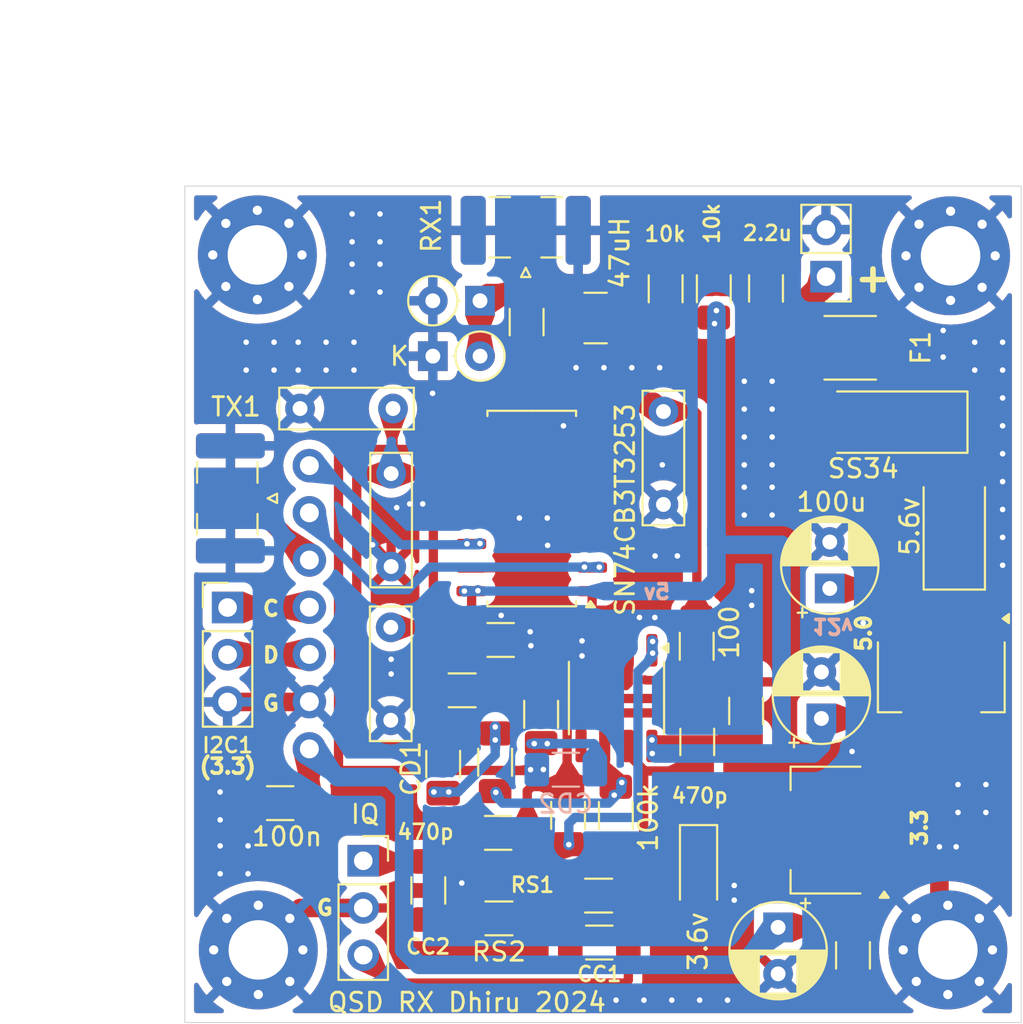
<source format=kicad_pcb>
(kicad_pcb (version 20240108) (generator "pcbnew") (generator_version "8.0")
  (layers (0 "F.Cu" signal) (31 "B.Cu" signal) (34 "B.Paste" user) (35 "F.Paste" user) (36 "B.SilkS" user "B.Silkscreen") (37 "F.SilkS" user "F.Silkscreen") (38 "B.Mask" user) (39 "F.Mask" user) (44 "Edge.Cuts" user))
  (net 0 "")
  (net 1 "Net-(D2-K)")
  (net 2 "+12V")
  (net 3 "+5V")
  (net 4 "Net-(C11-Pad2)")
  (net 5 "Net-(C12-Pad2)")
  (net 6 "Net-(U6B--)")
  (net 7 "Net-(U6A--)")
  (net 8 "Net-(U6B-+)")
  (net 9 "Net-(U6A-+)")
  (net 10 "Net-(U2-2A)")
  (net 11 "Net-(C2-Pad1)")
  (net 12 "GND")
  (net 13 "Net-(U2-2B3)")
  (net 14 "Net-(U2-2B1)")
  (net 15 "Net-(U2-2B2)")
  (net 16 "Net-(U2-2B4)")
  (net 17 "+3.3V")
  (net 18 "Net-(D1-A)")
  (net 19 "Net-(J1-Pin_2)")
  (net 20 "Net-(J1-Pin_1)")
  (net 21 "Net-(TX1-In)")
  (net 22 "Net-(U1-SO)")
  (net 23 "Net-(U1-S1)")
  (net 29 "Net-(J3-Pin_3)")
  (net 30 "Net-(J3-Pin_1)")
  (net 31 "Net-(CC1-Pad2)")
  (net 32 "Net-(CC2-Pad1)")
  (net 33 "Net-(J2-Pin_1)")
  (net 34 "Net-(CD1-Pad1)")
  (net 35 "Net-(CD2-Pad1)")
  (footprint "Resistor_SMD:R_1206_3216Metric_Pad1.30x1.75mm_HandSolder" (layer "F.Cu") (at 113.1625 91.774416 180)
    (property "Reference" "RS1")
    (property "Value" "100" (hide yes))
  )
  (footprint "Capacitor_SMD:C_1206_3216Metric_Pad1.33x1.80mm_HandSolder" (layer "F.Cu") (at 121.1 81.8375 -90)
    (property "Reference" "C16" (hide yes))
    (property "Value" "100n" (hide yes))
  )
  (footprint "Diode_SMD:D_SMA" (layer "F.Cu") (at 132.3 71.8 90)
    (property "Reference" "D4" (hide yes))
    (property "Value" "5.6v")
  )
  (footprint "Capacitor_SMD:C_1206_3216Metric_Pad1.33x1.80mm_HandSolder" (layer "F.Cu") (at 109.29 60.92 90)
    (property "Reference" "C1" (hide yes))
    (property "Value" "10n" (hide yes))
  )
  (footprint "Capacitor_SMD:C_1206_3216Metric_Pad1.33x1.80mm_HandSolder" (layer "F.Cu") (at 107.8925 78.02)
    (property "Reference" "C3" (hide yes))
    (property "Value" "100n" (hide yes))
  )
  (footprint "Resistor_SMD:R_1206_3216Metric_Pad1.30x1.75mm_HandSolder" (layer "F.Cu") (at 116.77 59.125 -90)
    (property "Reference" "R3" (hide yes))
    (property "Value" "10k")
  )
  (footprint "Package_SO:SOIC-16_4.55x10.3mm_P1.27mm" (layer "F.Cu") (at 109.565 70.95 180)
    (property "Reference" "U2" (hide yes))
    (property "Value" "SN74CB3T3253")
  )
  (footprint "Capacitor_SMD:C_1206_3216Metric_Pad1.33x1.80mm_HandSolder" (layer "F.Cu") (at 122.17 59.1075 -90)
    (property "Reference" "C2" (hide yes))
    (property "Value" "2.2u")
  )
  (footprint "Capacitor_THT:C_Rect_L7.0mm_W2.0mm_P5.00mm" (layer "F.Cu") (at 97.1 65.57)
    (property "Reference" "C5" (hide yes))
    (property "Value" "22n MKP" (hide yes))
  )
  (footprint "Package_SO:SO-8_3.9x4.9mm_P1.27mm" (layer "F.Cu") (at 114.125 81.15 -90)
    (property "Reference" "U6" (hide yes))
    (property "Value" "LT6231" (hide yes))
  )
  (footprint "MountingHole:MountingHole_3.2mm_M3_Pad_Via" (layer "F.Cu") (at 131.952944 94.697056)
    (property "Reference" "H4" (hide yes))
    (property "Value" "MountingHole_Pad" (hide yes))
  )
  (footprint "Capacitor_SMD:C_1206_3216Metric_Pad1.33x1.80mm_HandSolder" (layer "F.Cu") (at 104 91.5 90)
    (property "Reference" "CC2")
    (property "Value" "100n" (hide yes))
  )
  (footprint "Connector_PinSocket_2.54mm:PinSocket_1x03_P2.54mm_Vertical" (layer "F.Cu") (at 100.5 89.9)
    (property "Reference" "J3" (hide yes))
    (property "Value" "IQ")
  )
  (footprint "Capacitor_SMD:C_1206_3216Metric_Pad1.33x1.80mm_HandSolder" (layer "F.Cu") (at 126.85 94.99 90)
    (property "Reference" "C17" (hide yes))
    (property "Value" "100n" (hide yes))
  )
  (footprint "Inductor_SMD:L_1210_3225Metric_Pad1.42x2.65mm_HandSolder" (layer "F.Cu") (at 113 60.7 180)
    (property "Reference" "L1" (hide yes))
    (property "Value" "47uH")
  )
  (footprint "Resistor_SMD:R_1206_3216Metric_Pad1.30x1.75mm_HandSolder" (layer "F.Cu") (at 118.44 78.36 90)
    (property "Reference" "R5" (hide yes))
    (property "Value" "100")
  )
  (footprint "footprints:SI5351 Module" (layer "F.Cu") (at 102.5784 91.9064 90)
    (property "Reference" "U1" (hide yes))
    (property "Value" "SI5351Module" (hide yes))
  )
  (footprint "Package_TO_SOT_SMD:SOT-223-3_TabPin2" (layer "F.Cu") (at 125.4 88.25 180)
    (property "Reference" "U5" (hide yes))
    (property "Value" "AMS1117-3.3" (hide yes))
  )
  (footprint "Capacitor_THT:C_Rect_L7.0mm_W2.0mm_P5.00mm" (layer "F.Cu") (at 101.98 82.34 90)
    (property "Reference" "C7" (hide yes))
    (property "Value" "22n MKP" (hide yes))
  )
  (footprint "Connector_Coaxial:SMA_Samtec_SMA-J-P-H-ST-EM1_EdgeMount" (layer "F.Cu") (at 109.24 55.7325 90)
    (property "Reference" "RX1")
    (property "Value" "SMA" (hide yes))
  )
  (footprint "Diode_THT:D_DO-35_SOD27_P2.54mm_Vertical_KathodeUp" (layer "F.Cu") (at 104.244315 62.75)
    (property "Reference" "D3" (hide yes))
    (property "Value" "1N4148" (hide yes))
  )
  (footprint "Resistor_SMD:R_1206_3216Metric_Pad1.30x1.75mm_HandSolder" (layer "F.Cu") (at 110.07 82.02 -90)
    (property "Reference" "R6" (hide yes))
    (property "Value" "100" (hide yes))
  )
  (footprint "Package_TO_SOT_SMD:SOT-223-3_TabPin2" (layer "F.Cu") (at 131.6 80 -90)
    (property "Reference" "U3" (hide yes))
    (property "Value" "AMS1117-5.0" (hide yes))
  )
  (footprint "Capacitor_SMD:C_1206_3216Metric_Pad1.33x1.80mm_HandSolder" (layer "F.Cu") (at 118.47 83.5075 -90)
    (property "Reference" "C11" (hide yes))
    (property "Value" "470p")
  )
  (footprint "Capacitor_THT:CP_Radial_D5.0mm_P2.50mm" (layer "F.Cu") (at 125.6 75.25 90)
    (property "Reference" "C8" (hide yes))
    (property "Value" "100u")
  )
  (footprint "Capacitor_SMD:C_1206_3216Metric_Pad1.33x1.80mm_HandSolder" (layer "F.Cu") (at 107.76 88.4 180)
    (property "Reference" "C12" (hide yes))
    (property "Value" "470p")
  )
  (footprint "MountingHole:MountingHole_3.2mm_M3_Pad_Via" (layer "F.Cu") (at 94.802944 57.302944)
    (property "Reference" "H2" (hide yes))
    (property "Value" "MountingHole_Pad" (hide yes))
  )
  (footprint "Capacitor_THT:CP_Radial_D5.0mm_P2.50mm" (layer "F.Cu") (at 122.82 93.484888 -90)
    (property "Reference" "C15" (hide yes))
    (property "Value" "100u" (hide yes))
  )
  (footprint "Connector_PinHeader_2.54mm:PinHeader_1x03_P2.54mm_Vertical" (layer "F.Cu") (at 93.2 76.275)
    (property "Reference" "J1" (hide yes))
    (property "Value" "I2C1")
  )
  (footprint "Capacitor_THT:C_Rect_L7.0mm_W2.0mm_P5.00mm" (layer "F.Cu") (at 116.65 70.73 90)
    (property "Reference" "C6" (hide yes))
    (property "Value" "22n MKP" (hide yes))
  )
  (footprint "Connector_Coaxial:SMA_Samtec_SMA-J-P-H-ST-EM1_EdgeMount" (layer "F.Cu") (at 93.1 70.4 180)
    (property "Reference" "TX1")
    (property "Value" "SMA" (hide yes))
  )
  (footprint "MountingHole:MountingHole_3.2mm_M3_Pad_Via" (layer "F.Cu") (at 132.1 57.35)
    (property "Reference" "H1" (hide yes))
    (property "Value" "MountingHole_Pad" (hide yes))
  )
  (footprint "Resistor_SMD:R_1206_3216Metric_Pad1.30x1.75mm_HandSolder" (layer "F.Cu") (at 107.595 84.6 90)
    (property "Reference" "R4" (hide yes))
    (property "Value" "100" (hide yes))
  )
  (footprint "Capacitor_SMD:C_1206_3216Metric_Pad1.33x1.80mm_HandSolder" (layer "F.Cu") (at 113.2 94.3 180)
    (property "Reference" "CC1")
    (property "Value" "100n" (hide yes))
  )
  (footprint "Diode_THT:D_DO-35_SOD27_P2.54mm_Vertical_KathodeUp" (layer "F.Cu") (at 106.78137 59.77 180)
    (property "Reference" "D2" (hide yes))
    (property "Value" "1N4148" (hide yes))
  )
  (footprint "Capacitor_THT:CP_Radial_D5.0mm_P2.50mm" (layer "F.Cu") (at 125.15 82.245113 90)
    (property "Reference" "C13" (hide yes))
    (property "Value" "100u" (hide yes))
  )
  (footprint "Resistor_SMD:R_1206_3216Metric_Pad1.30x1.75mm_HandSolder" (layer "F.Cu") (at 105.82 80.73 180)
    (property "Reference" "R7" (hide yes))
    (property "Value" "100" (hide yes))
  )
  (footprint "Resistor_SMD:R_1206_3216Metric_Pad1.30x1.75mm_HandSolder" (layer "F.Cu") (at 119.36 59.125 90)
    (property "Reference" "R2" (hide yes))
    (property "Value" "10k")
  )
  (footprint "Resistor_SMD:R_1206_3216Metric_Pad1.30x1.75mm_HandSolder" (layer "F.Cu") (at 107.8 93)
    (property "Reference" "RS2")
    (property "Value" "100" (hide yes))
  )
  (footprint "Diode_SMD:D_SOD-123" (layer "F.Cu") (at 118.54 90.34 -90)
    (property "Reference" "D5" (hide yes))
    (property "Value" "3.6v")
  )
  (footprint "Connector_PinHeader_2.54mm:PinHeader_1x02_P2.54mm_Vertical" (layer "F.Cu") (at 125.4 58.475 180)
    (property "Reference" "J2" (hide yes))
    (property "Value" "DC 12v" (hide yes))
  )
  (footprint "Capacitor_SMD:C_1206_3216Metric_Pad1.33x1.80mm_HandSolder" (layer "F.Cu") (at 96.03 86.8 180)
    (property "Reference" "C14" (hide yes))
    (property "Value" "100n")
  )
  (footprint "MountingHole:MountingHole_3.2mm_M3_Pad_Via" (layer "F.Cu") (at 94.852944 94.697056)
    (property "Reference" "H3" (hide yes))
    (property "Value" "MountingHole_Pad" (hide yes))
  )
  (footprint "Capacitor_SMD:C_1206_3216Metric_Pad1.33x1.80mm_HandSolder" (layer "F.Cu") (at 104.8 84.7 90)
    (property "Reference" "CD1")
    (property "Value" "10u" (hide yes))
  )
  (footprint "Diode_SMD:D_SMA_Handsoldering" (layer "F.Cu") (at 128.5 66.3 180)
    (property "Reference" "D1" (hide yes))
    (property "Value" "SS34")
  )
  (footprint "Capacitor_THT:C_Rect_L7.0mm_W2.0mm_P5.00mm" (layer "F.Cu") (at 102 74.07 90)
    (property "Reference" "C4" (hide yes))
    (property "Value" "22n MKP" (hide yes))
  )
  (footprint "Resistor_SMD:R_1206_3216Metric_Pad1.30x1.75mm_HandSolder" (layer "F.Cu") (at 111.52 87.46 -90)
    (property "Reference" "R9" (hide yes))
    (property "Value" "100k" (hide yes))
  )
  (footprint "Resistor_SMD:R_1206_3216Metric_Pad1.30x1.75mm_HandSolder" (layer "F.Cu") (at 114.09 87.47 -90)
    (property "Reference" "R8" (hide yes))
    (property "Value" "100k")
  )
  (footprint "Fuse:Fuse_1812_4532Metric_Pad1.30x3.40mm_HandSolder" (layer "F.Cu") (at 126.7 62.3)
    (property "Reference" "F1")
    (property "Value" "500mA" (hide yes))
  )
  (footprint "Capacitor_SMD:C_1206_3216Metric_Pad1.33x1.80mm_HandSolder" (layer "B.Cu") (at 111.4 85 180)
    (property "Reference" "CD2")
    (property "Value" "10u" (hide yes))
  )
  (gr_rect (start 90.9 53.6) (end 135.9 98.6) (stroke (width 0.05)) (fill none) (layer "Edge.Cuts"))
  (gr_text "12v" (at 124.57 76.81 180) (layer "B.SilkS") (effects (font (size 0.8 0.8) (thickness 0.2) (bold yes)) (justify left bottom mirror)))
  (gr_text "5v" (at 117.11 75.9 0) (layer "B.SilkS") (effects (font (size 0.8 0.8) (thickness 0.2) (bold yes)) (justify left bottom mirror)))
  (gr_text "5.0" (at 127.89 78.74 90) (layer "F.SilkS") (effects (font (size 0.8 0.8) (thickness 0.2) (bold yes)) (justify left bottom)))
  (gr_text "G" (at 95 81.9 0) (layer "F.SilkS") (effects (font (size 0.8 0.8) (thickness 0.2) (bold yes)) (justify left bottom)))
  (gr_text "3.3" (at 130.9 89.2 90) (layer "F.SilkS") (effects (font (size 0.8 0.8) (thickness 0.2) (bold yes)) (justify left bottom)))
  (gr_text "+" (at 126.8 59.4 0) (layer "F.SilkS") (effects (font (size 1.5 1.5) (thickness 0.3) (bold yes)) (justify left bottom)))
  (gr_text "D" (at 95 79.3 0) (layer "F.SilkS") (effects (font (size 0.8 0.8) (thickness 0.2) (bold yes)) (justify left bottom)))
  (gr_text "(3.3)" (at 91.59 85.29 0) (layer "F.SilkS") (effects (font (size 0.8 0.8) (thickness 0.2) (bold yes)) (justify left bottom)))
  (gr_text "QSD RX Dhiru 2024" (at 98.5 98.1 0) (layer "F.SilkS") (effects (font (size 1 1)) (justify left bottom)))
  (gr_text "C" (at 95 76.8 0) (layer "F.SilkS") (effects (font (size 0.8 0.8) (thickness 0.2) (bold yes)) (justify left bottom)))
  (gr_text "G" (at 97.9 92.9 0) (layer "F.SilkS") (effects (font (size 0.8 0.8) (thickness 0.2) (bold yes)) (justify left bottom)))
  (segment (start 106.78137 59.77) (end 106.78137 62.747055) (width 1) (layer "F.Cu") (net 1))
  (segment (start 107.19387 59.3575) (end 106.78137 59.77) (width 1) (layer "F.Cu") (net 1))
  (segment (start 109.29 59.3575) (end 107.19387 59.3575) (width 1) (layer "F.Cu") (net 1))
  (segment (start 109.29 59.3575) (end 109.29 55.7825) (width 1) (layer "F.Cu") (net 1))
  (segment (start 129.9 67.4) (end 131 66.3) (width 1) (layer "F.Cu") (net 2))
  (segment (start 129.9 70.8) (end 129.9 67.4) (width 1) (layer "F.Cu") (net 2))
  (segment (start 129.9 70.8) (end 129.9 67.5) (width 1) (layer "F.Cu") (net 2))
  (segment (start 129.9 76.91) (end 129.9 75.25) (width 1) (layer "F.Cu") (net 2))
  (segment (start 129.9 67.5) (end 130.8 66.6) (width 1) (layer "F.Cu") (net 2))
  (segment (start 129.9 75.25) (end 129.9 70.8) (width 1) (layer "F.Cu") (net 2))
  (segment (start 129.9 75.25) (end 125.6 75.25) (width 1) (layer "F.Cu") (net 2))
  (segment (start 128.7 82.25) (end 125.154887 82.25) (width 1) (layer "F.Cu") (net 3))
  (segment (start 132.2 83.21) (end 132.2 76.91) (width 1) (layer "F.Cu") (net 3))
  (segment (start 129.5 82.25) (end 130.1 82.25) (width 1) (layer "F.Cu") (net 3))
  (segment (start 130.1 82.25) (end 131.96 82.25) (width 1) (layer "F.Cu") (net 3))
  (segment (start 132.3 73.8) (end 132.3 76.15) (width 1) (layer "F.Cu") (net 3))
  (segment (start 128.55 82.4) (end 128.7 82.25) (width 1) (layer "F.Cu") (net 3))
  (segment (start 116.03 83.725) (end 116.355 83.4) (width 0.5) (layer "F.Cu") (net 3))
  (segment (start 116.355 83.4) (end 121.1 83.4) (width 0.5) (layer "F.Cu") (net 3))
  (segment (start 131.96 82.25) (end 132.92 83.21) (width 1) (layer "F.Cu") (net 3))
  (segment (start 132.3 76.15) (end 131.6 76.85) (width 1) (layer "F.Cu") (net 3))
  (segment (start 128.7 82.25) (end 129.5 82.25) (width 1) (layer "F.Cu") (net 3))
  (segment (start 106.33 78.02) (end 106.33 75.41) (width 0.5) (layer "F.Cu") (net 3))
  (segment (start 128.55 85.95) (end 128.55 82.4) (width 1) (layer "F.Cu") (net 3))
  (via (at 116.05 84.13) (size 0.6) (drill 0.3) (layers "F.Cu" "B.Cu") (net 3))
  (via (at 106.67 75.37) (size 0.6) (drill 0.3) (layers "F.Cu" "B.Cu") (net 3))
  (via (at 119.4 61) (size 0.6) (drill 0.3) (layers "F.Cu" "B.Cu") (net 3))
  (via (at 119.5 60.3) (size 0.6) (drill 0.3) (layers "F.Cu" "B.Cu") (net 3))
  (via (at 116.03 83.4) (size 0.6) (drill 0.3) (layers "F.Cu" "B.Cu") (net 3))
  (via (at 105.94 75.39) (size 0.6) (drill 0.3) (layers "F.Cu" "B.Cu") (net 3))
  (segment (start 119.5 72.1) (end 119.5 60.3) (width 1) (layer "B.Cu") (net 3))
  (segment (start 123 84.13) (end 121.5 84.13) (width 1) (layer "B.Cu") (net 3))
  (segment (start 119.5 72.9) (end 119.5 72.1) (width 1) (layer "B.Cu") (net 3))
  (segment (start 113.5 75.39) (end 114.7 75.39) (width 0.5) (layer "B.Cu") (net 3))
  (segment (start 121.5 84.13) (end 116.23 84.13) (width 1) (layer "B.Cu") (net 3))
  (segment (start 118.91 75.39) (end 113.5 75.39) (width 1) (layer "B.Cu") (net 3))
  (segment (start 125.15 83.68) (end 125.15 82.245113) (width 1) (layer "B.Cu") (net 3))
  (segment (start 125.15 83.68) (end 124.7 84.13) (width 1) (layer "B.Cu") (net 3))
  (segment (start 121.5 84.13) (end 124.7 84.13) (width 1) (layer "B.Cu") (net 3))
  (segment (start 119.5 72.1) (end 119.5 74.8) (width 1) (layer "B.Cu") (net 3))
  (segment (start 123 72.9) (end 123 84.13) (width 1) (layer "B.Cu") (net 3))
  (segment (start 114.7 75.39) (end 117.949339 75.39) (width 0.5) (layer "B.Cu") (net 3))
  (segment (start 105.94 75.39) (end 113.5 75.39) (width 0.5) (layer "B.Cu") (net 3))
  (segment (start 116.03 83.4) (end 116.03 84.11) (width 0.5) (layer "B.Cu") (net 3))
  (segment (start 119.5 72.9) (end 123 72.9) (width 1) (layer "B.Cu") (net 3))
  (segment (start 119.5 74.8) (end 118.91 75.39) (width 1) (layer "B.Cu") (net 3))
  (segment (start 116.03 84.11) (end 116.05 84.13) (width 0.5) (layer "B.Cu") (net 3))
  (segment (start 114.7125 91.774416) (end 114.7125 89.6425) (width 0.5) (layer "F.Cu") (net 4))
  (segment (start 115.19 89.05) (end 114.09 89.05) (width 0.5) (layer "F.Cu") (net 4))
  (segment (start 115.588658 85.011342) (end 115.647316 85.07) (width 0.5) (layer "F.Cu") (net 4))
  (segment (start 114.76 84.182684) (end 115.588658 85.011342) (width 0.5) (layer "F.Cu") (net 4))
  (segment (start 115.588658 85.011342) (end 115.588658 88.651342) (width 0.5) (layer "F.Cu") (net 4))
  (segment (start 114.7125 89.6425) (end 114.09 89.02) (width 0.5) (layer "F.Cu") (net 4))
  (segment (start 115.588658 88.651342) (end 115.19 89.05) (width 0.5) (layer "F.Cu") (net 4))
  (segment (start 115.647316 85.07) (end 118.47 85.07) (width 0.5) (layer "F.Cu") (net 4))
  (segment (start 106.1975 89.6175) (end 106.47 89.89) (width 0.5) (layer "F.Cu") (net 5))
  (segment (start 109.35 89.94) (end 109.4 89.89) (width 0.5) (layer "F.Cu") (net 5))
  (segment (start 110.64 89.89) (end 111.5 89.03) (width 0.5) (layer "F.Cu") (net 5))
  (segment (start 106.1975 88.4) (end 106.1975 89.6175) (width 0.5) (layer "F.Cu") (net 5))
  (segment (start 109.4 89.89) (end 110.64 89.89) (width 0.5) (layer "F.Cu") (net 5))
  (segment (start 109.35 93) (end 109.35 89.94) (width 0.5) (layer "F.Cu") (net 5))
  (segment (start 106.47 89.89) (end 109.4 89.89) (width 0.5) (layer "F.Cu") (net 5))
  (via (at 116.07 78.73) (size 0.6) (drill 0.3) (layers "F.Cu" "B.Cu") (net 5))
  (via (at 116.07 78.1) (size 0.6) (drill 0.3) (layers "F.Cu" "B.Cu") (net 5))
  (via (at 111.56 89.03) (size 0.6) (drill 0.3) (layers "F.Cu" "B.Cu") (net 5))
  (segment (start 111.56 87.89) (end 111.56 89.03) (width 0.5) (layer "B.Cu") (net 5))
  (segment (start 116.07 78.1) (end 116.04 78.07) (width 0.5) (layer "B.Cu") (net 5))
  (segment (start 116.04 78.76) (end 116.04 78.96) (width 0.5) (layer "B.Cu") (net 5))
  (segment (start 116.04 78.07) (end 116.04 78.01) (width 0.5) (layer "B.Cu") (net 5))
  (segment (start 116.04 78.7) (end 116.04 78.13) (width 0.5) (layer "B.Cu") (net 5))
  (segment (start 116.07 78.73) (end 116.04 78.7) (width 0.5) (layer "B.Cu") (net 5))
  (segment (start 111.88 87.57) (end 111.56 87.89) (width 0.5) (layer "B.Cu") (net 5))
  (segment (start 116.04 78.96) (end 115.28 79.72) (width 0.5) (layer "B.Cu") (net 5))
  (segment (start 115.28 79.72) (end 115.28 87.57) (width 0.5) (layer "B.Cu") (net 5))
  (segment (start 115.28 87.57) (end 111.88 87.57) (width 0.5) (layer "B.Cu") (net 5))
  (segment (start 116.07 78.73) (end 116.04 78.76) (width 0.5) (layer "B.Cu") (net 5))
  (segment (start 116.04 78.13) (end 116.07 78.1) (width 0.5) (layer "B.Cu") (net 5))
  (segment (start 113.49 82.18) (end 113.725 81.945) (width 0.5) (layer "F.Cu") (net 6))
  (segment (start 113.49 85.35) (end 114.09 85.95) (width 0.5) (layer "F.Cu") (net 6))
  (segment (start 113.49 83.725) (end 113.49 82.18) (width 0.5) (layer "F.Cu") (net 6))
  (segment (start 113.49 83.725) (end 113.49 85.35) (width 0.5) (layer "F.Cu") (net 6))
  (segment (start 113.725 81.945) (end 118.47 81.945) (width 0.5) (layer "F.Cu") (net 6))
  (via (at 114.004253 86.370011) (size 0.6) (drill 0.3) (layers "F.Cu" "B.Cu") (net 6))
  (via (at 114.41 85.69) (size 0.6) (drill 0.3) (layers "F.Cu" "B.Cu") (net 6))
  (via (at 107.63 86.22) (size 0.6) (drill 0.3) (layers "F.Cu" "B.Cu") (net 6))
  (segment (start 113.7 86.8) (end 108 86.8) (width 0.5) (layer "B.Cu") (net 6))
  (segment (start 114.41 85.69) (end 114.41 86.09) (width 0.5) (layer "B.Cu") (net 6))
  (segment (start 107.63 86.43) (end 107.63 86.22) (width 0.5) (layer "B.Cu") (net 6))
  (segment (start 114.41 86.09) (end 113.7 86.8) (width 0.5) (layer "B.Cu") (net 6))
  (segment (start 114.41 85.72) (end 114.41 85.69) (width 0.5) (layer "B.Cu") (net 6))
  (segment (start 114.41 85.69) (end 114.44 85.69) (width 0.5) (layer "B.Cu") (net 6))
  (segment (start 108 86.8) (end 107.63 86.43) (width 0.5) (layer "B.Cu") (net 6))
  (segment (start 111.47 80.72) (end 111.72 80.47) (width 0.5) (layer "F.Cu") (net 7))
  (segment (start 109.56 85.91) (end 109.3225 86.1475) (width 0.5) (layer "F.Cu") (net 7))
  (segment (start 111.72 80.47) (end 114.63 80.47) (width 0.5) (layer "F.Cu") (net 7))
  (segment (start 109.3225 88.4) (end 109.3225 86.1475) (width 0.5) (layer "F.Cu") (net 7))
  (segment (start 114.63 80.47) (end 114.76 80.34) (width 0.5) (layer "F.Cu") (net 7))
  (segment (start 110.07 80.47) (end 111.72 80.47) (width 0.5) (layer "F.Cu") (net 7))
  (segment (start 111.52 85.91) (end 109.56 85.91) (width 0.5) (layer "F.Cu") (net 7))
  (segment (start 111.47 85.86) (end 111.47 80.72) (width 0.5) (layer "F.Cu") (net 7))
  (segment (start 114.76 80.34) (end 114.76 78.575) (width 0.5) (layer "F.Cu") (net 7))
  (segment (start 112.22 81.72) (end 112.77 81.17) (width 0.5) (layer "F.Cu") (net 8))
  (segment (start 117.18 81.17) (end 118.44 79.91) (width 0.5) (layer "F.Cu") (net 8))
  (segment (start 112.77 81.17) (end 117.18 81.17) (width 0.5) (layer "F.Cu") (net 8))
  (segment (start 112.22 83.725) (end 112.22 81.72) (width 0.5) (layer "F.Cu") (net 8))
  (segment (start 111.47 77.597316) (end 111.817316 77.25) (width 0.5) (layer "F.Cu") (net 9))
  (segment (start 113.27 77.25) (end 113.49 77.47) (width 0.5) (layer "F.Cu") (net 9))
  (segment (start 107.37 80.73) (end 107.37 79.81) (width 0.5) (layer "F.Cu") (net 9))
  (segment (start 107.37 79.81) (end 107.81 79.37) (width 0.5) (layer "F.Cu") (net 9))
  (segment (start 111.817316 77.25) (end 113.27 77.25) (width 0.5) (layer "F.Cu") (net 9))
  (segment (start 111.47 79.25) (end 111.47 77.597316) (width 0.5) (layer "F.Cu") (net 9))
  (segment (start 111.35 79.37) (end 111.47 79.25) (width 0.5) (layer "F.Cu") (net 9))
  (segment (start 113.49 77.47) (end 113.49 78.575) (width 0.5) (layer "F.Cu") (net 9))
  (segment (start 107.81 79.37) (end 111.35 79.37) (width 0.5) (layer "F.Cu") (net 9))
  (segment (start 109.29 60.98) (end 109.57 60.7) (width 0.5) (layer "F.Cu") (net 10))
  (segment (start 109.29 62.4825) (end 109.29 60.98) (width 0.5) (layer "F.Cu") (net 10))
  (segment (start 106.315 66.505) (end 108.245 66.505) (width 0.5) (layer "F.Cu") (net 10))
  (segment (start 108.56 66.19) (end 108.56 63.2125) (width 0.5) (layer "F.Cu") (net 10))
  (segment (start 108.56 63.2125) (end 109.29 62.4825) (width 0.5) (layer "F.Cu") (net 10))
  (segment (start 109.57 60.7) (end 111.5125 60.7) (width 0.5) (layer "F.Cu") (net 10))
  (segment (start 108.245 66.505) (end 108.56 66.19) (width 0.5) (layer "F.Cu") (net 10))
  (segment (start 114.935 57.545) (end 122.17 57.545) (width 1) (layer "F.Cu") (net 11))
  (segment (start 114.4875 57.9925) (end 114.935 57.545) (width 1) (layer "F.Cu") (net 11))
  (segment (start 116.77 57.575) (end 122.14 57.575) (width 0.5) (layer "F.Cu") (net 11))
  (segment (start 114.4875 60.7) (end 114.4875 57.9925) (width 1) (layer "F.Cu") (net 11))
  (segment (start 102 74.07) (end 102 71.3) (width 0.5) (layer "F.Cu") (net 12))
  (segment (start 109.455 75.34) (end 109.455 77.555) (width 0.5) (layer "F.Cu") (net 12))
  (segment (start 131.5 89.15) (end 131.5 91.844112) (width 1) (layer "F.Cu") (net 12))
  (segment (start 102.3 70.9) (end 102.4 70.9) (width 0.5) (layer "F.Cu") (net 12))
  (segment (start 116.2 73.5) (end 116.2 75.295) (width 0.5) (layer "F.Cu") (net 12))
  (segment (start 97.11 92.44) (end 96.55 93) (width 1) (layer "F.Cu") (net 12))
  (segment (start 109.52 74.125) (end 110.41 74.125) (width 0.5) (layer "F.Cu") (net 12))
  (segment (start 116.3 75.395) (end 117.26 75.395) (width 0.5) (layer "F.Cu") (net 12))
  (segment (start 102 71.3) (end 102.3 71) (width 0.5) (layer "F.Cu") (net 12))
  (segment (start 106.315 74.125) (end 107.46 74.125) (width 0.5) (layer "F.Cu") (net 12))
  (segment (start 102.3 71) (end 102.3 70.9) (width 0.5) (layer "F.Cu") (net 12))
  (segment (start 132.4 89.15) (end 131.5 89.15) (width 1) (layer "F.Cu") (net 12))
  (segment (start 110.42 74.115) (end 110.41 74.125) (width 0.5) (layer "F.Cu") (net 12))
  (segment (start 103 70.7) (end 103.7 70.7) (width 0.5) (layer "F.Cu") (net 12))
  (segment (start 116.2 75.295) (end 116.3 75.395) (width 0.5) (layer "F.Cu") (net 12))
  (segment (start 102.6 70.7) (end 103 70.7) (width 0.5) (layer "F.Cu") (net 12))
  (segment (start 101.975 79.085) (end 102 79.06) (width 0.5) (layer "F.Cu") (net 12))
  (segment (start 102 73.9) (end 101 72.9) (width 0.5) (layer "F.Cu") (net 12))
  (segment (start 110.42 72.93) (end 110.42 74.115) (width 0.5) (layer "F.Cu") (net 12))
  (segment (start 112.815 75.395) (end 116.3 75.395) (width 0.5) (layer "F.Cu") (net 12))
  (segment (start 121.375 75.395) (end 121.4 75.37) (width 0.5) (layer "F.Cu") (net 12))
  (segment (start 117.4 73.499) (end 117.4 75.255) (width 0.5) (layer "F.Cu") (net 12))
  (segment (start 120.435 91.255) (end 120.46 91.23) (width 0.5) (layer "F.Cu") (net 12))
  (segment (start 117.4 75.255) (end 117.26 75.395) (width 0.5) (layer "F.Cu") (net 12))
  (segment (start 112.815 66.505) (end 111.275 66.505) (width 0.5) (layer "F.Cu") (net 12))
  (segment (start 109.455 74.48) (end 109.455 75.34) (width 0.5) (layer "F.Cu") (net 12))
  (segment (start 102.4 70.9) (end 102.6 70.7) (width 0.5) (layer "F.Cu") (net 12))
  (segment (start 109.18 74.205) (end 109.115 74.14) (width 0.25) (layer "F.Cu") (net 12))
  (segment (start 100.5 92.44) (end 97.11 92.44) (width 1) (layer "F.Cu") (net 12))
  (segment (start 131.5 91.844112) (end 131.893388 92.2375) (width 1) (layer "F.Cu") (net 12))
  (segment (start 106.315 74.125) (end 109.1 74.125) (width 0.5) (layer "F.Cu") (net 12))
  (segment (start 111.275 66.505) (end 111.27 66.5) (width 0.5) (layer "F.Cu") (net 12))
  (segment (start 97.585 81.355) (end 93.2 81.355) (width 1) (layer "F.Cu") (net 12))
  (segment (start 107.46 74.125) (end 109.52 74.125) (width 0.5) (layer "F.Cu") (net 12))
  (segment (start 109.455 74.19) (end 109.52 74.125) (width 0.5) (layer "F.Cu") (net 12))
  (segment (start 109.455 75.34) (end 109.455 74.19) (width 0.5) (layer "F.Cu") (net 12))
  (via (at 121 64.1) (size 0.6) (drill 0.3) (layers "F.Cu" "B.Cu") (net 12))
  (via (at 94.3 89.1) (size 0.6) (drill 0.3) (layers "F.Cu" "B.Cu") (net 12))
  (via (at 115.6 97.4) (size 0.6) (drill 0.3) (layers "F.Cu" "B.Cu") (net 12))
  (via (at 113.45 63.37) (size 0.6) (drill 0.3) (layers "F.Cu" "B.Cu") (net 12))
  (via (at 121 69.8) (size 0.6) (drill 0.3) (layers "F.Cu" "B.Cu") (net 12))
  (via (at 101.4 57.8) (size 0.6) (drill 0.3) (layers "F.Cu" "B.Cu") (net 12))
  (via (at 99.9 57.8) (size 0.6) (drill 0.3) (layers "F.Cu" "B.Cu") (net 12))
  (via (at 92.8 86.2) (size 0.6) (drill 0.3) (layers "F.Cu" "B.Cu") (net 12))
  (via (at 94.2 62) (size 0.6) (drill 0.3) (layers "F.Cu" "B.Cu") (net 12))
  (via (at 104.23 64.75) (size 0.6) (drill 0.3) (layers "F.Cu" "B.Cu") (net 12))
  (via (at 120.46 92.02) (size 0.6) (drill 0.3) (layers "F.Cu" "B.Cu") (net 12))
  (via (at 101.4 55.1) (size 0.6) (drill 0.3) (layers "F.Cu" "B.Cu") (net 12))
  (via (at 102.3 70.9) (size 0.6) (drill 0.3) (layers "F.Cu" "B.Cu") (net 12))
  (via (at 105.8 91.1) (size 0.6) (drill 0.3) (layers "F.Cu" "B.Cu") (net 12))
  (via (at 121 67.1) (size 0.6) (drill 0.3) (layers "F.Cu" "B.Cu") (net 12))
  (via (at 101.4 56.6) (size 0.6) (drill 0.3) (layers "F.Cu" "B.Cu") (net 12))
  (via (at 117.4 73.499) (size 0.6) (drill 0.3) (layers "F.Cu" "B.Cu") (net 12))
  (via (at 134.9 68) (size 0.6) (drill 0.3) (layers "F.Cu" "B.Cu") (net 12))
  (via (at 100 62) (size 0.6) (drill 0.3) (layers "F.Cu" "B.Cu") (net 12))
  (via (at 114.95 63.37) (size 0.6) (drill 0.3) (layers "F.Cu" "B.Cu") (net 12))
  (via (at 95.7 63.5) (size 0.6) (drill 0.3) (layers "F.Cu" "B.Cu") (net 12))
  (via (at 121.4 76.16) (size 0.6) (drill 0.3) (layers "F.Cu" "B.Cu") (net 12))
  (via (at 122.5 67.1) (size 0.6) (drill 0.3) (layers "F.Cu" "B.Cu") (net 12))
  (via (at 126.8 84.02) (size 0.6) (drill 0.3) (layers "F.Cu" "B.Cu") (net 12))
  (via (at 122.5 71.3) (size 0.6) (drill 0.3) (layers "F.Cu" "B.Cu") (net 12))
  (via (at 95.7 62) (size 0.6) (drill 0.3) (layers "F.Cu" "B.Cu") (net 12))
  (via (at 131.5 89.15) (size 0.6) (drill 0.3) (layers "F.Cu" "B.Cu") (net 12))
  (via (at 99.9 56.6) (size 0.6) (drill 0.3) (layers "F.Cu" "B.Cu") (net 12))
  (via (at 114.1 97.4) (size 0.6) (drill 0.3) (layers "F.Cu" "B.Cu") (net 12))
  (via (at 116.59 68.6) (size 0.6) (drill 0.3) (layers "F.Cu" "B.Cu") (net 12))
  (via (at 134.9 74) (size 0.6) (drill 0.3) (layers "F.Cu" "B.Cu") (net 12))
  (via (at 112.27 78.07) (size 0.6) (drill 0.3) (layers "F.Cu" "B.Cu") (net 12))
  (via (at 101 72.9) (size 0.6) (drill 0.3) (layers "F.Cu" "B.Cu") (net 12))
  (via (at 134.9 69.5) (size 0.6) (drill 0.3) (layers "F.Cu" "B.Cu") (net 12))
  (via (at 117.1 97.4) (size 0.6) (drill 0.3) (layers "F.Cu" "B.Cu") (net 12))
  (via (at 110.42 72.93) (size 0.6) (drill 0.3) (layers "F.Cu" "B.Cu") (net 12))
  (via (at 110.4 71.46) (size 0.6) (drill 0.3) (layers "F.Cu" "B.Cu") (net 12))
  (via (at 134 87.3) (size 0.6) (drill 0.3) (layers "F.Cu" "B.Cu") (net 12))
  (via (at 132.5 87.3) (size 0.6) (drill 0.3) (layers "F.Cu" "B.Cu") (net 12))
  (via (at 107.92 76.7) (size 0.6) (drill 0.3) (layers "F.Cu" "B.Cu") (net 12))
  (via (at 134.9 62) (size 0.6) (drill 0.3) (layers "F.Cu" "B.Cu") (net 12))
  (via (at 101.4 59.3) (size 0.6) (drill 0.3) (layers "F.Cu" "B.Cu") (net 12))
  (via (at 133.4 62) (size 0.6) (drill 0.3) (layers "F.Cu" "B.Cu") (net 12))
  (via (at 108.9 71.46) (size 0.6) (drill 0.3) (layers "F.Cu" "B.Cu") (net 12))
  (via (at 122.5 64.1) (size 0.6) (drill 0.3) (layers "F.Cu" "B.Cu") (net 12))
  (via (at 103.7 70.7) (size 0.6) (drill 0.3) (layers "F.Cu" "B.Cu") (net 12))
  (via (at 102 79.85) (size 0.6) (drill 0.3) (layers "F.Cu" "B.Cu") (net 12))
  (via (at 112.27 78.88) (size 0.6) (drill 0.3) (layers "F.Cu" "B.Cu") (net 12))
  (via (at 127.4 77.1) (size 0.6) (drill 0.3) (layers "F.Cu" "B.Cu") (net 12))
  (via (at 116.19 76.81) (size 0.6) (drill 0.3) (layers "F.Cu" "B.Cu") (net 12))
  (via (at 92.8 87.7) (size 0.6) (drill 0.3) (layers "F.Cu" "B.Cu") (net 12))
  (via (at 116.45 63.37) (size 0.6) (drill 0.3) (layers "F.Cu" "B.Cu") (net 12))
  (via (at 134.9 71) (size 0.6) (drill 0.3) (layers "F.Cu" "B.Cu") (net 12))
  (via (at 99.9 59.3) (size 0.6) (drill 0.3) (layers "F.Cu" "B.Cu") (net 12))
  (via (at 134.9 65) (size 0.6) (drill 0.3) (layers "F.Cu" "B.Cu") (net 12))
  (via (at 121 71.3) (size 0.6) (drill 0.3) (layers "F.Cu" "B.Cu") (net 12))
  (via (at 133.4 63.5) (size 0.6) (drill 0.3) (layers "F.Cu" "B.Cu") (net 12))
  (via (at 94.2 63.5) (size 0.6) (drill 0.3) (layers "F.Cu" "B.Cu") (net 12))
  (via (at 116.2 73.5) (size 0.6) (drill 0.3) (layers "F.Cu" "B.Cu") (net 12))
  (via (at 97 62) (size 0.6) (drill 0.3) (layers "F.Cu" "B.Cu") (net 12))
  (via (at 102 79.06) (size 0.6) (drill 0.3) (layers "F.Cu" "B.Cu") (net 12))
  (via (at 134.9 66.5) (size 0.6) (drill 0.3) (layers "F.Cu" "B.Cu") (net 12))
  (via (at 111.27 66.5) (size 0.6) (drill 0.3) (layers "F.Cu" "B.Cu") (net 12))
  (via (at 122.5 69.8) (size 0.6) (drill 0.3) (layers "F.Cu" "B.Cu") (net 12))
  (via (at 122.5 65.6) (size 0.6) (drill 0.3) (layers "F.Cu" "B.Cu") (net 12))
  (via (at 120.1 97.4) (size 0.6) (drill 0.3) (layers "F.Cu" "B.Cu") (net 12))
  (via (at 121 65.6) (size 0.6) (drill 0.3) (layers "F.Cu" "B.Cu") (net 12))
  (via (at 122.5 68.6) (size 0.6) (drill 0.3) (layers "F.Cu" "B.Cu") (net 12))
  (via (at 134 85.8) (size 0.6) (drill 0.3) (layers "F.Cu" "B.Cu") (net 12))
  (via (at 98.5 62) (size 0.6) (drill 0.3) (layers "F.Cu" "B.Cu") (net 12))
  (via (at 134.9 72.5) (size 0.6) (drill 0.3) (layers "F.Cu" "B.Cu") (net 12))
  (via (at 131.7 62.8) (size 0.6) (drill 0.3) (layers "F.Cu" "B.Cu") (net 12))
  (via (at 121.4 75.37) (size 0.6) (drill 0.3) (layers "F.Cu" "B.Cu") (net 12))
  (via (at 92.8 89.1) (size 0.6) (drill 0.3) (layers "F.Cu" "B.Cu") (net 12))
  (via (at 94.3 90.6) (size 0.6) (drill 0.3) (layers "F.Cu" "B.Cu") (net 12))
  (via (at 109.52 78.33) (size 0.6) (drill 0.3) (layers "F.Cu" "B.Cu") (net 12))
  (via (at 97 63.5) (size 0.6) (drill 0.3) (layers "F.Cu" "B.Cu") (net 12))
  (via (at 103 70.7) (size 0.6) (drill 0.3) (layers "F.Cu" "B.Cu") (net 12))
  (via (at 98.5 63.5) (size 0.6) (drill 0.3) (layers "F.Cu" "B.Cu") (net 12))
  (via (at 99.9 55.1) (size 0.6) (drill 0.3) (layers "F.Cu" "B.Cu") (net 12))
  (via (at 131.7 61.37) (size 0.6) (drill 0.3) (layers "F.Cu" "B.Cu") (net 12))
  (via (at 115.36 76.81) (size 0.6) (drill 0.3) (layers "F.Cu" "B.Cu") (net 12))
  (via (at 92.8 90.6) (size 0.6) (drill 0.3) (layers "F.Cu" "B.Cu") (net 12))
  (via (at 120.46 91.23) (size 0.6) (drill 0.3) (layers "F.Cu" "B.Cu") (net 12))
  (via (at 132.4 89.15) (size 0.6) (drill 0.3) (layers "F.Cu" "B.Cu") (net 12))
  (via (at 118.6 97.4) (size 0.6) (drill 0.3) (layers "F.Cu" "B.Cu") (net 12))
  (via (at 100 63.5) (size 0.6) (drill 0.3) (layers "F.Cu" "B.Cu") (net 12))
  (via (at 132.5 85.8) (size 0.6) (drill 0.3) (layers "F.Cu" "B.Cu") (net 12))
  (via (at 134.9 63.5) (size 0.6) (drill 0.3) (layers "F.Cu" "B.Cu") (net 12))
  (via (at 121 68.6) (size 0.6) (drill 0.3) (layers "F.Cu" "B.Cu") (net 12))
  (via (at 109.48 77.58) (size 0.6) (drill 0.3) (layers "F.Cu" "B.Cu") (net 12))
  (via (at 111.95 63.37) (size 0.6) (drill 0.3) (layers "F.Cu" "B.Cu") (net 12))
  (segment (start 109.48 78.29) (end 109.52 78.33) (width 0.5) (layer "B.Cu") (net 12))
  (segment (start 109.52 78.33) (end 112.01 78.33) (width 0.5) (layer "B.Cu") (net 12))
  (segment (start 112.01 78.33) (end 112.27 78.07) (width 0.5) (layer "B.Cu") (net 12))
  (segment (start 109.48 77.58) (end 109.48 78.29) (width 0.5) (layer "B.Cu") (net 12))
  (segment (start 112.27 78.88) (end 112.27 78.07) (width 0.5) (layer "B.Cu") (net 12))
  (segment (start 100.15 83.34) (end 100.56 83.75) (width 0.5) (layer "F.Cu") (net 13))
  (segment (start 100.56 83.75) (end 104.1875 83.75) (width 0.5) (layer "F.Cu") (net 13))
  (segment (start 102 69.07) (end 100.3 69.07) (width 0.5) (layer "F.Cu") (net 13))
  (segment (start 100.15 69.22) (end 100.15 83.34) (width 0.5) (layer "F.Cu") (net 13))
  (segment (start 104.270001 69.07) (end 105.515001 70.315) (width 0.5) (layer "F.Cu") (net 13))
  (segment (start 104.1875 83.75) (end 104.8 83.1375) (width 0.5) (layer "F.Cu") (net 13))
  (segment (start 102 69.07) (end 104.270001 69.07) (width 0.5) (layer "F.Cu") (net 13))
  (segment (start 100.3 69.07) (end 100.15 69.22) (width 0.5) (layer "F.Cu") (net 13))
  (segment (start 105.515001 70.315) (end 106.315 70.315) (width 0.5) (layer "F.Cu") (net 13))
  (segment (start 102 69.07) (end 102 67.35) (width 0.5) (layer "B.Cu") (net 13))
  (segment (start 102 67.35) (end 102.02 67.33) (width 0.5) (layer "B.Cu") (net 13))
  (segment (start 103.36 67.775) (end 106.315 67.775) (width 0.5) (layer "F.Cu") (net 14))
  (segment (start 101.97 67.775) (end 103.36 67.775) (width 0.5) (layer "F.Cu") (net 14))
  (segment (start 99.305 67.775) (end 99.17 67.91) (width 0.5) (layer "F.Cu") (net 14))
  (segment (start 110.19 84.99) (end 110.11 85.04) (width 0.5) (layer "F.Cu") (net 14))
  (segment (start 110.14 85.04) (end 110.19 84.99) (width 0.5) (layer "F.Cu") (net 14))
  (segment (start 109.46 85.04) (end 109.5 85) (width 0.5) (layer "F.Cu") (net 14))
  (segment (start 109.5 85) (end 109.54 85.04) (width 0.5) (layer "F.Cu") (net 14))
  (segment (start 100.085 67.775) (end 100.08 67.78) (width 0.5) (layer "F.Cu") (net 14))
  (segment (start 110.11 85.04) (end 110.06 85.04) (width 0.5) (layer "F.Cu") (net 14))
  (segment (start 102.01 65.57) (end 102.01 67.735) (width 0.5) (layer "F.Cu") (net 14))
  (segment (start 102.1 67.645) (end 102.1 65.57) (width 0.5) (layer "F.Cu") (net 14))
  (segment (start 102.01 67.735) (end 102.1 67.645) (width 0.5) (layer "F.Cu") (net 14))
  (segment (start 99.17 67.91) (end 99.17 85.04) (width 0.5) (layer "F.Cu") (net 14))
  (segment (start 109.54 85.04) (end 109.669999 85.04) (width 0.5) (layer "F.Cu") (net 14))
  (segment (start 106.315 67.775) (end 99.305 67.775) (width 0.5) (layer "F.Cu") (net 14))
  (segment (start 102.01 67.735) (end 101.97 67.775) (width 0.5) (layer "F.Cu") (net 14))
  (segment (start 101.97 67.775) (end 100.085 67.775) (width 0.5) (layer "F.Cu") (net 14))
  (segment (start 102.01 67.735) (end 102.01 66.51) (width 0.5) (layer "F.Cu") (net 14))
  (segment (start 108.7 85.04) (end 109.46 85.04) (width 0.5) (layer "F.Cu") (net 14))
  (segment (start 102 66.5) (end 102.01 66.51) (width 0.5) (layer "F.Cu") (net 14))
  (segment (start 99.17 85.04) (end 108.7 85.04) (width 0.5) (layer "F.Cu") (net 14))
  (segment (start 108.7 85.04) (end 110.14 85.04) (width 0.5) (layer "F.Cu") (net 14))
  (via (at 110.19 84.99) (size 0.6) (drill 0.3) (layers "F.Cu" "B.Cu") (net 14))
  (via (at 109.5 85) (size 0.6) (drill 0.3) (layers "F.Cu" "B.Cu") (net 14))
  (segment (start 118.34 65.73) (end 116.65 65.73) (width 0.5) (layer "F.Cu") (net 15))
  (segment (start 106.315 69.045) (end 109.175 69.045) (width 1) (layer "F.Cu") (net 15))
  (segment (start 110.09 65.21) (end 116.13 65.21) (width 1) (layer "F.Cu") (net 15))
  (segment (start 116.13 65.21) (end 116.65 65.73) (width 1) (layer "F.Cu") (net 15))
  (segment (start 118.45 65.84) (end 118.45 76.8) (width 0.5) (layer "F.Cu") (net 15))
  (segment (start 118.45 65.84) (end 118.34 65.73) (width 0.5) (layer "F.Cu") (net 15))
  (segment (start 110.09 68.13) (end 110.09 65.21) (width 1) (layer "F.Cu") (net 15))
  (segment (start 109.175 69.045) (end 110.09 68.13) (width 1) (layer "F.Cu") (net 15))
  (segment (start 106.315 71.585) (end 104.565 71.585) (width 0.5) (layer "F.Cu") (net 16))
  (segment (start 104.565 71.585) (end 104.27 71.88) (width 0.5) (layer "F.Cu") (net 16))
  (segment (start 101.98 77.34) (end 104.26 77.34) (width 0.5) (layer "F.Cu") (net 16))
  (segment (start 104.27 77.35) (end 104.27 80.73) (width 0.5) (layer "F.Cu") (net 16))
  (segment (start 104.27 71.88) (end 104.27 77.35) (width 0.5) (layer "F.Cu") (net 16))
  (segment (start 104.26 77.34) (end 104.27 77.35) (width 0.5) (layer "F.Cu") (net 16))
  (segment (start 126.85 93.4275) (end 122.877388 93.4275) (width 1) (layer "F.Cu") (net 17))
  (segment (start 126.85 93.4275) (end 126.11 93.4275) (width 1) (layer "F.Cu") (net 17))
  (segment (start 126.11 93.4275) (end 126.1 93.4375) (width 1) (layer "F.Cu") (net 17))
  (segment (start 128.55 88.25) (end 125.75 88.25) (width 1) (layer "F.Cu") (net 17))
  (segment (start 118.3 88.7) (end 121.8 88.7) (width 1) (layer "F.Cu") (net 17))
  (segment (start 125.75 88.25) (end 122.25 88.25) (width 1) (layer "F.Cu") (net 17))
  (segment (start 126.1 88.6) (end 125.75 88.25) (width 1) (layer "F.Cu") (net 17))
  (segment (start 126.1 93.4375) (end 126.1 88.6) (width 1) (layer "F.Cu") (net 17))
  (segment (start 97.6 83.88) (end 97.6 86.7925) (width 1) (layer "F.Cu") (net 17))
  (segment (start 97.6 83.88) (end 99.12 85.4) (width 1) (layer "B.Cu") (net 17))
  (segment (start 99.12 85.4) (end 101.9 85.4) (width 1) (layer "B.Cu") (net 17))
  (segment (start 102.7 86.2) (end 102.7 94.7) (width 1) (layer "B.Cu") (net 17))
  (segment (start 103.5 95.5) (end 120.804888 95.5) (width 1) (layer "B.Cu") (net 17))
  (segment (start 101.9 85.4) (end 102.7 86.2) (width 1) (layer "B.Cu") (net 17))
  (segment (start 120.804888 95.5) (end 122.82 93.484888) (width 1) (layer "B.Cu") (net 17))
  (segment (start 102.7 94.7) (end 103.5 95.5) (width 1) (layer "B.Cu") (net 17))
  (segment (start 128.925 63.375) (end 126 66.3) (width 1) (layer "F.Cu") (net 18))
  (segment (start 97.585 78.815) (end 93.2 78.815) (width 1) (layer "F.Cu") (net 19))
  (segment (start 97.585 76.275) (end 93.2 76.275) (width 1) (layer "F.Cu") (net 20))
  (segment (start 93.1 70.4) (end 94.28 70.4) (width 1) (layer "F.Cu") (net 21))
  (segment (start 94.28 70.4) (end 97.6 73.72) (width 1) (layer "F.Cu") (net 21))
  (via (at 106.08 72.85) (size 0.6) (drill 0.3) (layers "F.Cu" "B.Cu") (net 22))
  (via (at 106.78 72.83) (size 0.6) (drill 0.3) (layers "F.Cu" "B.Cu") (net 22))
  (segment (start 99.107873 69.507873) (end 102.5 72.9) (width 0.5) (layer "B.Cu") (net 22))
  (segment (start 105.47765 72.9) (end 105.266788 72.9) (width 0.5) (layer "B.Cu") (net 22))
  (segment (start 98.24 68.64) (end 98.85178 69.25178) (width 0.5) (layer "B.Cu") (net 22))
  (segment (start 106.71 72.9) (end 105.47765 72.9) (width 0.5) (layer "B.Cu") (net 22))
  (segment (start 102.0469 72.446899) (end 102.500001 72.9) (width 0.5) (layer "B.Cu") (net 22))
  (segment (start 106.78 72.83) (end 106.71 72.9) (width 0.5) (layer "B.Cu") (net 22))
  (segment (start 98.85178 69.25178) (end 99.107873 69.507873) (width 0.5) (layer "B.Cu") (net 22))
  (segment (start 102.18832 72.58832) (end 102.0469 72.446899) (width 0.5) (layer "B.Cu") (net 22))
  (segment (start 102.5 72.9) (end 102.18832 72.58832) (width 0.5) (layer "B.Cu") (net 22))
  (segment (start 102.500001 72.9) (end 105.266788 72.9) (width 0.5) (layer "B.Cu") (net 22))
  (via (at 112.4 74.1) (size 0.6) (drill 0.3) (layers "F.Cu" "B.Cu") (net 23))
  (via (at 113.2 74.1) (size 0.6) (drill 0.3) (layers "F.Cu" "B.Cu") (net 23))
  (segment (start 102.9 75.3) (end 104.1 74.1) (width 0.5) (layer "B.Cu") (net 23))
  (segment (start 102.9 75.32) (end 102.9 75.3) (width 0.5) (layer "B.Cu") (net 23))
  (segment (start 101.22 75.32) (end 102.9 75.32) (width 0.5) (layer "B.Cu") (net 23))
  (segment (start 104.1 74.1) (end 113.2 74.1) (width 0.5) (layer "B.Cu") (net 23))
  (segment (start 97.6 71.7) (end 101.22 75.32) (width 0.5) (layer "B.Cu") (net 23))
  (segment (start 102 96.48) (end 114.6 96.48) (width 0.5) (layer "F.Cu") (net 29))
  (segment (start 114.7625 94.3) (end 114.7625 96.3175) (width 0.5) (layer "F.Cu") (net 29))
  (segment (start 100.5 94.98) (end 102 96.48) (width 0.5) (layer "F.Cu") (net 29))
  (segment (start 114.7625 96.3175) (end 114.6 96.48) (width 0.5) (layer "F.Cu") (net 29))
  (segment (start 104 89.9375) (end 100.5375 89.9375) (width 1) (layer "F.Cu") (net 30))
  (segment (start 111.6125 91.774416) (end 111.6125 94.275) (width 0.5) (layer "F.Cu") (net 31))
  (segment (start 104 93.0625) (end 106.1875 93.0625) (width 0.5) (layer "F.Cu") (net 32))
  (segment (start 124.475 59.4) (end 125.4 58.475) (width 1) (layer "F.Cu") (net 33))
  (segment (start 124.475 62.3) (end 124.475 59.4) (width 1) (layer "F.Cu") (net 33))
  (via (at 104.3 86.2) (size 0.6) (drill 0.3) (layers "F.Cu" "B.Cu") (net 34))
  (via (at 107.6 82.7) (size 0.6) (drill 0.3) (layers "F.Cu" "B.Cu") (net 34))
  (via (at 105.1 86.2) (size 0.6) (drill 0.3) (layers "F.Cu" "B.Cu") (net 34))
  (via (at 107.6 83.4) (size 0.6) (drill 0.3) (layers "F.Cu" "B.Cu") (net 34))
  (segment (start 105.8 86) (end 107.6 84.2) (width 0.5) (layer "B.Cu") (net 34))
  (segment (start 107.6 84.2) (end 107.6 83.4) (width 0.5) (layer "B.Cu") (net 34))
  (segment (start 105.6 86.2) (end 105.8 86) (width 0.5) (layer "B.Cu") (net 34))
  (segment (start 104.3 86.2) (end 105.6 86.2) (width 0.5) (layer "B.Cu") (net 34))
  (segment (start 107.6 83.4) (end 107.6 82.7) (width 0.5) (layer "B.Cu") (net 34))
  (via (at 110.4 83.6) (size 0.6) (drill 0.3) (layers "F.Cu" "B.Cu") (net 35))
  (via (at 109.7 83.6) (size 0.6) (drill 0.3) (layers "F.Cu" "B.Cu") (net 35))
  (segment (start 109.7 83.6) (end 109.5 83.6) (width 0.5) (layer "B.Cu") (net 35))
  (segment (start 112.9625 83.6625) (end 112.9 83.6) (width 0.5) (layer "B.Cu") (net 35))
  (segment (start 112.9625 85) (end 112.9625 83.6625) (width 0.5) (layer "B.Cu") (net 35))
  (segment (start 112.9 83.6) (end 110.4 83.6) (width 0.5) (layer "B.Cu") (net 35))
  (segment (start 110.4 83.6) (end 109.7 83.6) (width 0.5) (layer "B.Cu") (net 35))
  (zone (net 12) (net_name "GND") (layers "F&B.Cu") (connect_pads (clearance 0.5)) (min_thickness 0.25) (fill yes (thermal_gap 0.5) (thermal_bridge_width 0.5))
    (polygon (pts (xy 115.33875 53.55875) (xy 135.95875 53.55875) (xy 136.00875 98.68375) (xy 90.89875 98.68375) (xy 90.84875 53.55875) (xy 103.90875 53.55875) (xy 105.17875 53.55875) (xy 109.62375 53.55875)))
  )
)
</source>
